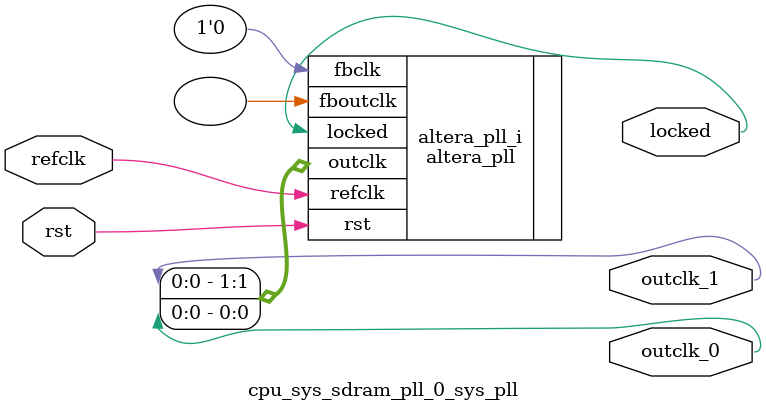
<source format=v>
`timescale 1ns/10ps
module  cpu_sys_sdram_pll_0_sys_pll(

	// interface 'refclk'
	input wire refclk,

	// interface 'reset'
	input wire rst,

	// interface 'outclk0'
	output wire outclk_0,

	// interface 'outclk1'
	output wire outclk_1,

	// interface 'locked'
	output wire locked
);

	altera_pll #(
		.fractional_vco_multiplier("false"),
		.reference_clock_frequency("50.0 MHz"),
		.operation_mode("direct"),
		.number_of_clocks(2),
		.output_clock_frequency0("50.000000 MHz"),
		.phase_shift0("0 ps"),
		.duty_cycle0(50),
		.output_clock_frequency1("50.000000 MHz"),
		.phase_shift1("-3000 ps"),
		.duty_cycle1(50),
		.output_clock_frequency2("0 MHz"),
		.phase_shift2("0 ps"),
		.duty_cycle2(50),
		.output_clock_frequency3("0 MHz"),
		.phase_shift3("0 ps"),
		.duty_cycle3(50),
		.output_clock_frequency4("0 MHz"),
		.phase_shift4("0 ps"),
		.duty_cycle4(50),
		.output_clock_frequency5("0 MHz"),
		.phase_shift5("0 ps"),
		.duty_cycle5(50),
		.output_clock_frequency6("0 MHz"),
		.phase_shift6("0 ps"),
		.duty_cycle6(50),
		.output_clock_frequency7("0 MHz"),
		.phase_shift7("0 ps"),
		.duty_cycle7(50),
		.output_clock_frequency8("0 MHz"),
		.phase_shift8("0 ps"),
		.duty_cycle8(50),
		.output_clock_frequency9("0 MHz"),
		.phase_shift9("0 ps"),
		.duty_cycle9(50),
		.output_clock_frequency10("0 MHz"),
		.phase_shift10("0 ps"),
		.duty_cycle10(50),
		.output_clock_frequency11("0 MHz"),
		.phase_shift11("0 ps"),
		.duty_cycle11(50),
		.output_clock_frequency12("0 MHz"),
		.phase_shift12("0 ps"),
		.duty_cycle12(50),
		.output_clock_frequency13("0 MHz"),
		.phase_shift13("0 ps"),
		.duty_cycle13(50),
		.output_clock_frequency14("0 MHz"),
		.phase_shift14("0 ps"),
		.duty_cycle14(50),
		.output_clock_frequency15("0 MHz"),
		.phase_shift15("0 ps"),
		.duty_cycle15(50),
		.output_clock_frequency16("0 MHz"),
		.phase_shift16("0 ps"),
		.duty_cycle16(50),
		.output_clock_frequency17("0 MHz"),
		.phase_shift17("0 ps"),
		.duty_cycle17(50),
		.pll_type("General"),
		.pll_subtype("General")
	) altera_pll_i (
		.rst	(rst),
		.outclk	({outclk_1, outclk_0}),
		.locked	(locked),
		.fboutclk	( ),
		.fbclk	(1'b0),
		.refclk	(refclk)
	);
endmodule


</source>
